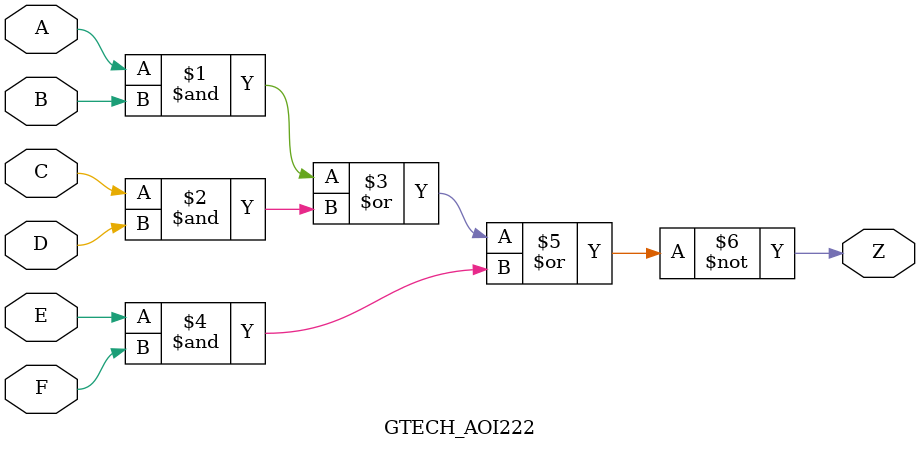
<source format=v>



module GTECH_AOI222 (A, B, C, D, E, F, Z);  
	input A, B, C, D, E, F;
	output Z;

	assign Z = ~((A & B) | (C & D) | (E & F));
endmodule




</source>
